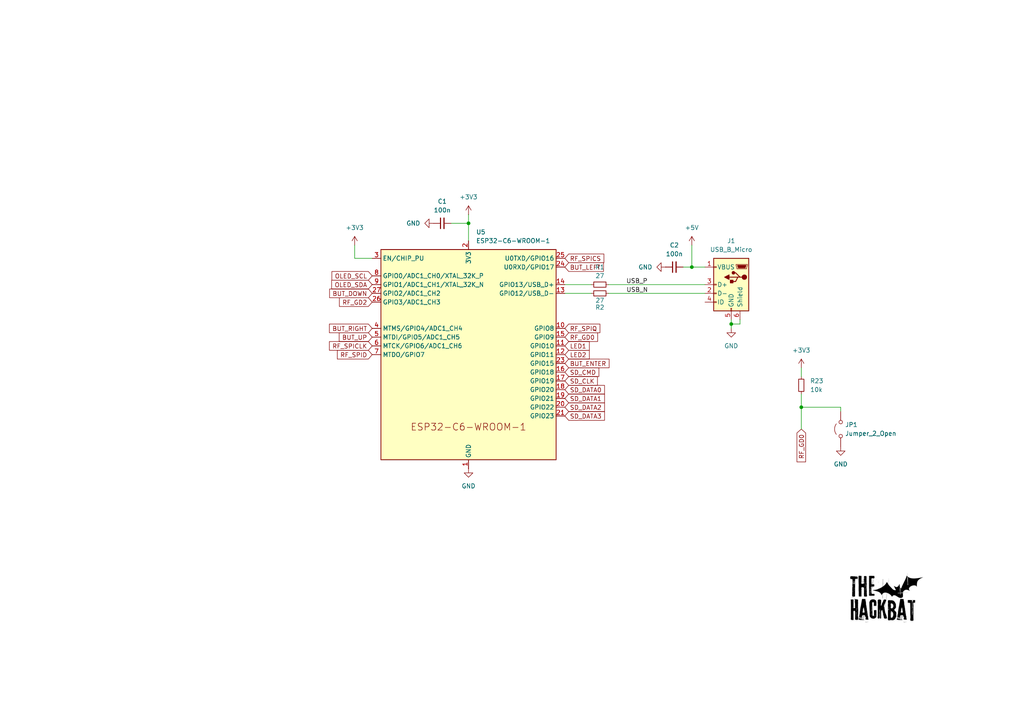
<source format=kicad_sch>
(kicad_sch (version 20231120) (generator "eeschema") (generator_version "8.0")
  (paper "A4")
  (title_block (title "Hackbat v1.0") (rev "1.0a") (company "The hackbat"))
  (lib_symbols
    (symbol "Connector:USB_B_Micro" (pin_names (offset 1.016))
      (property "Reference" "J" (at -5.08 11.43 0))
      (property "Value" "USB_B_Micro" (at -5.08 8.89 0))
      (symbol "USB_B_Micro_0_1"
        (rectangle (start -5.08 -7.62) (end 5.08 7.62) (stroke (width 0.254)) (fill (type background)))
        (circle (center -3.81 2.159) (radius 0.635) (stroke (width 0.254)) (fill (type outline)))
        (circle (center -0.635 3.429) (radius 0.381) (stroke (width 0.254)) (fill (type outline)))
        (rectangle (start -0.127 -7.62) (end 0.127 -6.858))
        (polyline (pts (xy -1.905 2.159) (xy 0.635 2.159)) (stroke (width 0.254)))
        (polyline (pts (xy -3.175 2.159) (xy -2.54 2.159) (xy -1.27 3.429) (xy -0.635 3.429)) (stroke (width 0.254)))
        (polyline (pts (xy -2.54 2.159) (xy -1.905 2.159) (xy -1.27 0.889) (xy 0 0.889)) (stroke (width 0.254)))
        (polyline (pts (xy 0.635 2.794) (xy 0.635 1.524) (xy 1.905 2.159) (xy 0.635 2.794)) (stroke (width 0.254)) (fill (type outline)))
        (polyline (pts (xy -4.318 5.588) (xy -1.778 5.588) (xy -2.032 4.826) (xy -4.064 4.826) (xy -4.318 5.588)) (fill (type outline)))
        (polyline (pts (xy -4.699 5.842) (xy -4.699 5.588) (xy -4.445 4.826) (xy -4.445 4.572) (xy -1.651 4.572) (xy -1.651 4.826) (xy -1.397 5.588) (xy -1.397 5.842) (xy -4.699 5.842)))
        (rectangle (start 0.254 1.27) (end -0.508 0.508) (stroke (width 0.254)) (fill (type outline)))
        (rectangle (start 5.08 -5.207) (end 4.318 -4.953))
        (rectangle (start 5.08 -2.667) (end 4.318 -2.413))
        (rectangle (start 5.08 -0.127) (end 4.318 0.127))
        (rectangle (start 5.08 4.953) (end 4.318 5.207))
      )
      (symbol "USB_B_Micro_1_1"
        (pin power_out line (at 7.62 5.08 180) (length 2.54) (name "VBUS") (number "1"))
        (pin bidirectional line (at 7.62 -2.54 180) (length 2.54) (name "D-") (number "2"))
        (pin bidirectional line (at 7.62 0 180) (length 2.54) (name "D+") (number "3"))
        (pin passive line (at 7.62 -5.08 180) (length 2.54) (name "ID") (number "4"))
        (pin power_out line (at 0 -10.16 90) (length 2.54) (name "GND") (number "5"))
        (pin passive line (at -2.54 -10.16 90) (length 2.54) (name "Shield") (number "6"))
      )
    )
    (symbol "Device:C_Small" (pin_numbers hide) (pin_names (offset 0.254) hide)
      (property "Reference" "C" (at 0.254 1.778 0))
      (property "Value" "C_Small" (at 0.254 -2.032 0))
      (symbol "C_Small_0_1"
        (polyline (pts (xy -1.524 -0.508) (xy 1.524 -0.508)) (stroke (width 0.3302)))
        (polyline (pts (xy -1.524 0.508) (xy 1.524 0.508)) (stroke (width 0.3048)))
      )
      (symbol "C_Small_1_1"
        (pin passive line (at 0 2.54 270) (length 2.032) (name "~") (number "1"))
        (pin passive line (at 0 -2.54 90) (length 2.032) (name "~") (number "2"))
      )
    )
    (symbol "Device:R_Small" (pin_numbers hide) (pin_names (offset 0.254) hide)
      (property "Reference" "R" (at 0.762 0.508 0))
      (property "Value" "R_Small" (at 0.762 -1.016 0))
      (symbol "R_Small_0_1"
        (rectangle (start -0.762 1.778) (end 0.762 -1.778) (stroke (width 0.2032)))
      )
      (symbol "R_Small_1_1"
        (pin passive line (at 0 2.54 270) (length 0.762) (name "~") (number "1"))
        (pin passive line (at 0 -2.54 90) (length 0.762) (name "~") (number "2"))
      )
    )
    (symbol "Espressif:ESP32-C6-WROOM-1"
      (property "Reference" "U" (at -25.4 35.56 0))
      (property "Value" "ESP32-C6-WROOM-1" (at -25.4 33.02 0))
      (symbol "ESP32-C6-WROOM-1_0_0"
        (text "ESP32-C6-WROOM-1" (at 0 -20.955 0) (effects (font (size 2 2))))
      )
      (symbol "ESP32-C6-WROOM-1_0_1"
        (rectangle (start -25.4 30.48) (end 25.4 -30.48) (stroke (width 0.254)) (fill (type background)))
      )
      (symbol "ESP32-C6-WROOM-1_1_1"
        (pin power_in line (at 0 -33.02 90) (length 2.54) (name "GND") (number "1"))
        (pin bidirectional line (at 27.94 7.62 180) (length 2.54) (name "GPIO8") (number "10"))
        (pin bidirectional line (at 27.94 2.54 180) (length 2.54) (name "GPIO10") (number "11"))
        (pin bidirectional line (at 27.94 0 180) (length 2.54) (name "GPIO11") (number "12"))
        (pin bidirectional line (at 27.94 17.78 180) (length 2.54) (name "GPIO12/USB_D-") (number "13"))
        (pin bidirectional line (at 27.94 20.32 180) (length 2.54) (name "GPIO13/USB_D+") (number "14"))
        (pin bidirectional line (at 27.94 5.08 180) (length 2.54) (name "GPIO9") (number "15"))
        (pin bidirectional line (at 27.94 -5.08 180) (length 2.54) (name "GPIO18") (number "16"))
        (pin bidirectional line (at 27.94 -7.62 180) (length 2.54) (name "GPIO19") (number "17"))
        (pin bidirectional line (at 27.94 -10.16 180) (length 2.54) (name "GPIO20") (number "18"))
        (pin bidirectional line (at 27.94 -12.7 180) (length 2.54) (name "GPIO21") (number "19"))
        (pin power_in line (at 0 33.02 270) (length 2.54) (name "3V3") (number "2"))
        (pin bidirectional line (at 27.94 -15.24 180) (length 2.54) (name "GPIO22") (number "20"))
        (pin bidirectional line (at 27.94 -17.78 180) (length 2.54) (name "GPIO23") (number "21"))
        (pin no_connect line (at -25.4 -12.7 0) (length 2.54) hide (name "NC") (number "22"))
        (pin bidirectional line (at 27.94 -2.54 180) (length 2.54) (name "GPIO15") (number "23"))
        (pin bidirectional line (at 27.94 25.4 180) (length 2.54) (name "U0RXD/GPIO17") (number "24"))
        (pin bidirectional line (at 27.94 27.94 180) (length 2.54) (name "U0TXD/GPIO16") (number "25"))
        (pin bidirectional line (at -27.94 15.24 0) (length 2.54) (name "GPIO3/ADC1_CH3") (number "26"))
        (pin bidirectional line (at -27.94 17.78 0) (length 2.54) (name "GPIO2/ADC1_CH2") (number "27"))
        (pin passive line (at 0 -33.02 90) (length 2.54) hide (name "GND") (number "28"))
        (pin passive line (at 0 -33.02 90) (length 2.54) hide (name "GND") (number "29"))
        (pin input line (at -27.94 27.94 0) (length 2.54) (name "EN/CHIP_PU") (number "3"))
        (pin bidirectional line (at -27.94 7.62 0) (length 2.54) (name "MTMS/GPIO4/ADC1_CH4") (number "4"))
        (pin bidirectional line (at -27.94 5.08 0) (length 2.54) (name "MTDI/GPIO5/ADC1_CH5") (number "5"))
        (pin bidirectional line (at -27.94 2.54 0) (length 2.54) (name "MTCK/GPIO6/ADC1_CH6") (number "6"))
        (pin bidirectional line (at -27.94 0 0) (length 2.54) (name "MTDO/GPIO7") (number "7"))
        (pin bidirectional line (at -27.94 22.86 0) (length 2.54) (name "GPIO0/ADC1_CH0/XTAL_32K_P") (number "8"))
        (pin bidirectional line (at -27.94 20.32 0) (length 2.54) (name "GPIO1/ADC1_CH1/XTAL_32K_N") (number "9"))
      )
    )
    (symbol "Jumper:Jumper_2_Open" (pin_numbers hide) (pin_names (offset 0) hide) (exclude_from_sim yes)
      (property "Reference" "JP" (at 0 2.794 0))
      (property "Value" "Jumper_2_Open" (at 0 -2.286 0))
      (symbol "Jumper_2_Open_0_0"
        (circle (center -2.032 0) (radius 0.508))
        (circle (center 2.032 0) (radius 0.508))
      )
      (symbol "Jumper_2_Open_0_1"
        (arc (start 1.524 1.27) (mid 0 1.778) (end -1.524 1.27))
      )
      (symbol "Jumper_2_Open_1_1"
        (pin passive line (at -5.08 0 0) (length 2.54) (name "A") (number "1"))
        (pin passive line (at 5.08 0 180) (length 2.54) (name "B") (number "2"))
      )
    )
    (symbol "power:+3V3" (power) (pin_numbers hide) (pin_names (offset 0) hide)
      (property "Value" "+3V3" (at 0 3.556 0))
      (symbol "+3V3_0_1"
        (polyline (pts (xy -0.762 1.27) (xy 0 2.54)))
        (polyline (pts (xy 0 0) (xy 0 2.54)))
        (polyline (pts (xy 0 2.54) (xy 0.762 1.27)))
      )
      (symbol "+3V3_1_1"
        (pin power_in line (at 0 0 90) (length 0) (name "~") (number "1"))
      )
    )
    (symbol "power:+5V" (power) (pin_numbers hide) (pin_names (offset 0) hide)
      (property "Value" "+5V" (at 0 3.556 0))
      (symbol "+5V_0_1"
        (polyline (pts (xy -0.762 1.27) (xy 0 2.54)))
        (polyline (pts (xy 0 0) (xy 0 2.54)))
        (polyline (pts (xy 0 2.54) (xy 0.762 1.27)))
      )
      (symbol "+5V_1_1"
        (pin power_in line (at 0 0 90) (length 0) (name "~") (number "1"))
      )
    )
    (symbol "power:GND" (power) (pin_numbers hide) (pin_names (offset 0) hide)
      (property "Value" "GND" (at 0 -3.81 0))
      (symbol "GND_0_1"
        (polyline (pts (xy 0 0) (xy 0 -1.27) (xy 1.27 -1.27) (xy 0 -2.54) (xy -1.27 -1.27) (xy 0 -1.27)))
      )
      (symbol "GND_1_1"
        (pin power_in line (at 0 0 270) (length 0) (name "~") (number "1"))
      )
    )
  )
  (junction (at 232.41 118.11))
  (junction (at 200.66 77.47))
  (junction (at 212.09 93.98))
  (junction (at 135.89 64.77))
  (wire (pts (xy 212.09 95.25) (xy 212.09 93.98)))
  (wire (pts (xy 163.83 82.55) (xy 171.45 82.55)))
  (wire (pts (xy 102.87 74.93) (xy 107.95 74.93)))
  (wire (pts (xy 200.66 71.12) (xy 200.66 77.47)))
  (wire (pts (xy 214.63 92.71) (xy 214.63 93.98)))
  (wire (pts (xy 163.83 85.09) (xy 171.45 85.09)))
  (wire (pts (xy 200.66 77.47) (xy 204.47 77.47)))
  (wire (pts (xy 212.09 93.98) (xy 214.63 93.98)))
  (wire (pts (xy 176.53 82.55) (xy 204.47 82.55)))
  (wire (pts (xy 102.87 71.12) (xy 102.87 74.93)))
  (wire (pts (xy 232.41 124.46) (xy 232.41 118.11)))
  (wire (pts (xy 232.41 106.68) (xy 232.41 109.22)))
  (wire (pts (xy 243.84 119.38) (xy 243.84 118.11)))
  (wire (pts (xy 232.41 118.11) (xy 232.41 114.3)))
  (wire (pts (xy 198.12 77.47) (xy 200.66 77.47)))
  (wire (pts (xy 135.89 62.23) (xy 135.89 64.77)))
  (wire (pts (xy 176.53 85.09) (xy 204.47 85.09)))
  (wire (pts (xy 232.41 118.11) (xy 243.84 118.11)))
  (wire (pts (xy 135.89 64.77) (xy 135.89 69.85)))
  (wire (pts (xy 212.09 93.98) (xy 212.09 92.71)))
  (wire (pts (xy 130.81 64.77) (xy 135.89 64.77)))
  (image (at 256.54 175.26) (scale 0.260229))
  (label "USB_N" (at 187.96 85.09 180))
  (label "USB_P" (at 181.61 82.55 0))
  (global_label "RF_SPICS" (shape input) (at 163.83 74.93 0) (property "Intersheetrefs" "${INTERSHEET_REFS}" (effects (hide yes))))
  (global_label "BUT_ENTER" (shape input) (at 163.83 105.41 0) (property "Intersheetrefs" "${INTERSHEET_REFS}" (effects (hide yes))))
  (global_label "BUT_DOWN" (shape input) (at 107.95 85.09 180) (property "Intersheetrefs" "${INTERSHEET_REFS}" (effects (hide yes))))
  (global_label "BUT_UP" (shape input) (at 107.95 97.79 180) (property "Intersheetrefs" "${INTERSHEET_REFS}" (effects (hide yes))))
  (global_label "OLED_SCL" (shape input) (at 107.95 80.01 180) (property "Intersheetrefs" "${INTERSHEET_REFS}" (effects (hide yes))))
  (global_label "OLED_SDA" (shape input) (at 107.95 82.55 180) (property "Intersheetrefs" "${INTERSHEET_REFS}" (effects (hide yes))))
  (global_label "BUT_LEFT" (shape input) (at 163.83 77.47 0) (property "Intersheetrefs" "${INTERSHEET_REFS}" (effects (hide yes))))
  (global_label "RF_GD0" (shape input) (at 232.41 124.46 270) (property "Intersheetrefs" "${INTERSHEET_REFS}" (effects (hide yes))))
  (global_label "LED2" (shape input) (at 163.83 102.87 0) (property "Intersheetrefs" "${INTERSHEET_REFS}" (effects (hide yes))))
  (global_label "RF_SPID" (shape input) (at 107.95 102.87 180) (property "Intersheetrefs" "${INTERSHEET_REFS}" (effects (hide yes))))
  (global_label "SD_DATA2" (shape input) (at 163.83 118.11 0) (property "Intersheetrefs" "${INTERSHEET_REFS}" (effects (hide yes))))
  (global_label "RF_GD2" (shape input) (at 107.95 87.63 180) (property "Intersheetrefs" "${INTERSHEET_REFS}" (effects (hide yes))))
  (global_label "RF_SPICLK" (shape input) (at 107.95 100.33 180) (property "Intersheetrefs" "${INTERSHEET_REFS}" (effects (hide yes))))
  (global_label "LED1" (shape input) (at 163.83 100.33 0) (property "Intersheetrefs" "${INTERSHEET_REFS}" (effects (hide yes))))
  (global_label "RF_GD0" (shape input) (at 163.83 97.79 0) (property "Intersheetrefs" "${INTERSHEET_REFS}" (effects (hide yes))))
  (global_label "SD_CMD" (shape input) (at 163.83 107.95 0) (property "Intersheetrefs" "${INTERSHEET_REFS}" (effects (hide yes))))
  (global_label "SD_DATA0" (shape input) (at 163.83 113.03 0) (property "Intersheetrefs" "${INTERSHEET_REFS}" (effects (hide yes))))
  (global_label "SD_DATA3" (shape input) (at 163.83 120.65 0) (property "Intersheetrefs" "${INTERSHEET_REFS}" (effects (hide yes))))
  (global_label "RF_SPIQ" (shape input) (at 163.83 95.25 0) (property "Intersheetrefs" "${INTERSHEET_REFS}" (effects (hide yes))))
  (global_label "BUT_RIGHT" (shape input) (at 107.95 95.25 180) (property "Intersheetrefs" "${INTERSHEET_REFS}" (effects (hide yes))))
  (global_label "SD_CLK" (shape input) (at 163.83 110.49 0) (property "Intersheetrefs" "${INTERSHEET_REFS}" (effects (hide yes))))
  (global_label "SD_DATA1" (shape input) (at 163.83 115.57 0) (property "Intersheetrefs" "${INTERSHEET_REFS}" (effects (hide yes))))
  (symbol (lib_id "power:+3V3") (at 232.41 106.68 0) (unit 1)
    (property "Reference" "#PWR045" (effects (hide yes)))
    (property "Value" "+3V3" (at 232.41 101.6 0))
    (property "Description" "Power symbol creates a global label with name \"+3V3\"" (effects (hide yes)))
  )
  (symbol (lib_id "power:+3V3") (at 135.89 62.23 0) (unit 1)
    (property "Reference" "#PWR01" (effects (hide yes)))
    (property "Value" "+3V3" (at 135.89 57.15 0))
    (property "Description" "Power symbol creates a global label with name \"+3V3\"" (effects (hide yes)))
  )
  (symbol (lib_id "power:GND") (at 193.04 77.47 270) (unit 1)
    (property "Reference" "#PWR05" (effects (hide yes)))
    (property "Value" "GND" (at 189.23 77.4699 90) (effects (justify right)))
    (property "Description" "Power symbol creates a global label with name \"GND\" , ground" (effects (hide yes)))
  )
  (symbol (lib_id "Connector:USB_B_Micro") (at 212.09 82.55 0) (mirror y) (unit 1)
    (property "Reference" "J1" (at 212.09 69.85 0))
    (property "Value" "USB_B_Micro" (at 212.09 72.39 0))
    (property "Footprint" "Connector_USB:USB_Micro-B_Amphenol_10118193-0001LF_Horizontal" (effects (hide yes)))
    (property "Description" "USB Micro Type B connector" (effects (hide yes)))
  )
  (symbol (lib_id "power:GND") (at 125.73 64.77 270) (unit 1)
    (property "Reference" "#PWR03" (effects (hide yes)))
    (property "Value" "GND" (at 121.92 64.7699 90) (effects (justify right)))
    (property "Description" "Power symbol creates a global label with name \"GND\" , ground" (effects (hide yes)))
  )
  (symbol (lib_id "power:GND") (at 135.89 135.89 0) (unit 1)
    (property "Reference" "#PWR02" (effects (hide yes)))
    (property "Value" "GND" (at 135.89 140.97 0))
    (property "Description" "Power symbol creates a global label with name \"GND\" , ground" (effects (hide yes)))
  )
  (symbol (lib_id "Espressif:ESP32-C6-WROOM-1") (at 135.89 102.87 0) (unit 1)
    (property "Reference" "U5" (at 138.0841 67.31 0) (effects (justify left)))
    (property "Value" "ESP32-C6-WROOM-1" (at 138.0841 69.85 0) (effects (justify left)))
    (property "Footprint" "Espressif:ESP32-C6-WROOM-1" (effects (hide yes)))
    (property "Datasheet" "https://www.espressif.com/sites/default/files/documentation/esp32-c6-wroom-1_wroom-1u_datasheet_en.pdf" (effects (hide yes)))
    (property "Description" "ESP32-C6-WROOM-1/U is a module that supports 2.4 GHz Wi-Fi 6 (802.11 ax), Bluetooth® 5 (LE), Zigbee and Thread (802.15.4)" (effects (hide yes)))
  )
  (symbol (lib_id "Device:R_Small") (at 173.99 82.55 270) (unit 1)
    (property "Reference" "R1" (at 173.99 77.47 90))
    (property "Value" "27" (at 173.99 80.01 90))
    (property "Footprint" "Resistor_SMD:R_0603_1608Metric" (effects (hide yes)))
    (property "Description" "Resistor, small symbol" (effects (hide yes)))
  )
  (symbol (lib_id "Device:R_Small") (at 232.41 111.76 0) (unit 1)
    (property "Reference" "R23" (at 234.95 110.4899 0) (effects (justify left)))
    (property "Value" "10k" (at 234.95 113.0299 0) (effects (justify left)))
    (property "Footprint" "Resistor_SMD:R_0402_1005Metric" (effects (hide yes)))
    (property "Description" "Resistor, small symbol" (effects (hide yes)))
  )
  (symbol (lib_id "Jumper:Jumper_2_Open") (at 243.84 124.46 90) (unit 1) (exclude_from_sim yes)
    (property "Reference" "JP1" (at 245.11 123.1899 90) (effects (justify right)))
    (property "Value" "Jumper_2_Open" (at 245.11 125.7299 90) (effects (justify right)))
    (property "Footprint" "TestPoint:TestPoint_2Pads_Pitch2.54mm_Drill0.8mm" (effects (hide yes)))
    (property "Description" "Jumper, 2-pole, open" (effects (hide yes)))
  )
  (symbol (lib_id "power:+5V") (at 200.66 71.12 0) (unit 1)
    (property "Reference" "#PWR04" (effects (hide yes)))
    (property "Value" "+5V" (at 200.66 66.04 0))
    (property "Description" "Power symbol creates a global label with name \"+5V\"" (effects (hide yes)))
  )
  (symbol (lib_id "power:GND") (at 243.84 129.54 0) (unit 1)
    (property "Reference" "#PWR046" (effects (hide yes)))
    (property "Value" "GND" (at 243.84 134.62 0))
    (property "Description" "Power symbol creates a global label with name \"GND\" , ground" (effects (hide yes)))
  )
  (symbol (lib_id "power:+3V3") (at 102.87 71.12 0) (unit 1)
    (property "Reference" "#PWR07" (effects (hide yes)))
    (property "Value" "+3V3" (at 102.87 66.04 0))
    (property "Description" "Power symbol creates a global label with name \"+3V3\"" (effects (hide yes)))
  )
  (symbol (lib_id "power:GND") (at 212.09 95.25 0) (unit 1)
    (property "Reference" "#PWR06" (effects (hide yes)))
    (property "Value" "GND" (at 212.09 100.33 0))
    (property "Description" "Power symbol creates a global label with name \"GND\" , ground" (effects (hide yes)))
  )
  (symbol (lib_id "Device:R_Small") (at 173.99 85.09 270) (unit 1)
    (property "Reference" "R2" (at 173.99 89.154 90))
    (property "Value" "27" (at 173.99 87.122 90))
    (property "Footprint" "Resistor_SMD:R_0603_1608Metric" (effects (hide yes)))
    (property "Description" "Resistor, small symbol" (effects (hide yes)))
  )
  (symbol (lib_id "Device:C_Small") (at 195.58 77.47 90) (unit 1)
    (property "Reference" "C2" (at 195.5863 71.12 90))
    (property "Value" "100n" (at 195.5863 73.66 90))
    (property "Footprint" "Capacitor_SMD:C_0603_1608Metric" (effects (hide yes)))
    (property "Description" "Unpolarized capacitor, small symbol" (effects (hide yes)))
  )
  (symbol (lib_id "Device:C_Small") (at 128.27 64.77 90) (unit 1)
    (property "Reference" "C1" (at 128.2763 58.42 90))
    (property "Value" "100n" (at 128.2763 60.96 90))
    (property "Footprint" "Capacitor_SMD:C_0603_1608Metric" (effects (hide yes)))
    (property "Description" "Unpolarized capacitor, small symbol" (effects (hide yes)))
  )
)
</source>
